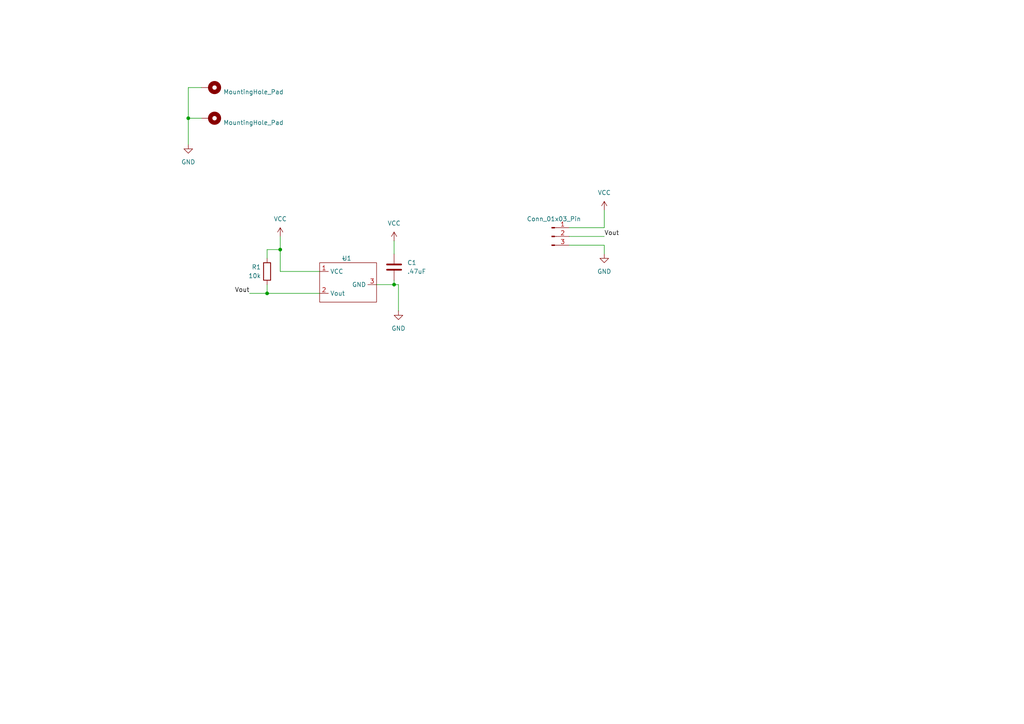
<source format=kicad_sch>
(kicad_sch (version 20250114) (generator "eeschema") (generator_version "9.0")
  (paper "A4")
  (lib_symbols
    (symbol "Connector:Conn_01x03_Pin" (pin_names (offset 1.016) (hide yes))
      (property "Reference" "J" (at 0 5.08 0))
      (property "Value" "Conn_01x03_Pin" (at 0 -5.08 0))
      (symbol "Conn_01x03_Pin_1_1"
        (rectangle (start 0.8636 2.667) (end 0 2.413) (stroke (width 0.1524)) (fill (type outline)))
        (rectangle (start 0.8636 0.127) (end 0 -0.127) (stroke (width 0.1524)) (fill (type outline)))
        (rectangle (start 0.8636 -2.413) (end 0 -2.667) (stroke (width 0.1524)) (fill (type outline)))
        (polyline (pts (xy 1.27 2.54) (xy 0.8636 2.54)) (stroke (width 0.1524)))
        (polyline (pts (xy 1.27 0) (xy 0.8636 0)) (stroke (width 0.1524)))
        (polyline (pts (xy 1.27 -2.54) (xy 0.8636 -2.54)) (stroke (width 0.1524)))
        (pin passive line (at 5.08 2.54 180) (length 3.81) (name "Pin_1") (number "1"))
        (pin passive line (at 5.08 0 180) (length 3.81) (name "Pin_2") (number "2"))
        (pin passive line (at 5.08 -2.54 180) (length 3.81) (name "Pin_3") (number "3"))
      )
    )
    (symbol "Device:C" (pin_numbers (hide yes)) (pin_names (offset 0.254))
      (property "Reference" "C" (at 0.635 2.54 0))
      (property "Value" "C" (at 0.635 -2.54 0))
      (symbol "C_0_1"
        (polyline (pts (xy -2.032 0.762) (xy 2.032 0.762)) (stroke (width 0.508)))
        (polyline (pts (xy -2.032 -0.762) (xy 2.032 -0.762)) (stroke (width 0.508)))
      )
      (symbol "C_1_1"
        (pin passive line (at 0 3.81 270) (length 2.794) (name "~") (number "1"))
        (pin passive line (at 0 -3.81 90) (length 2.794) (name "~") (number "2"))
      )
    )
    (symbol "Device:R" (pin_numbers (hide yes)) (pin_names (offset 0))
      (property "Reference" "R" (at 2.032 0 90))
      (property "Value" "R" (at 0 0 90))
      (symbol "R_0_1"
        (rectangle (start -1.016 -2.54) (end 1.016 2.54) (stroke (width 0.254)))
      )
      (symbol "R_1_1"
        (pin passive line (at 0 3.81 270) (length 1.27) (name "~") (number "1"))
        (pin passive line (at 0 -3.81 90) (length 1.27) (name "~") (number "2"))
      )
    )
    (symbol "Mechanical:MountingHole_Pad" (pin_numbers (hide yes)) (pin_names (offset 1.016) (hide yes)) (exclude_from_sim yes) (in_bom no)
      (property "Reference" "H" (at 0 6.35 0))
      (property "Value" "MountingHole_Pad" (at 0 4.445 0))
      (symbol "MountingHole_Pad_0_1"
        (circle (center 0 1.27) (radius 1.27) (stroke (width 1.27)))
      )
      (symbol "MountingHole_Pad_1_1"
        (pin input line (at 0 -2.54 90) (length 2.54) (name "1") (number "1"))
      )
    )
    (symbol "TCS40DLR,LF:TCS40DLR,LF"
      (property "Reference" "U" (at 0 0 0))
      (property "Value" "TCS40DLR,LF" (at 0 0 0))
      (symbol "TCS40DLR,LF_0_1"
        (rectangle (start -7.62 -1.27) (end 8.89 -12.7))
      )
      (symbol "TCS40DLR,LF_1_1"
        (pin power_in line (at -7.62 -3.81 0) (length 2.54) (name "VCC") (number "1"))
        (pin open_collector line (at -7.62 -10.16 0) (length 2.54) (name "Vout") (number "2"))
        (pin power_in line (at 8.89 -7.62 180) (length 2.54) (name "GND") (number "3"))
      )
    )
    (symbol "power:GND" (power) (pin_numbers (hide yes)) (pin_names (offset 0) (hide yes))
      (property "Value" "GND" (at 0 -3.81 0))
      (symbol "GND_0_1"
        (polyline (pts (xy 0 0) (xy 0 -1.27) (xy 1.27 -1.27) (xy 0 -2.54) (xy -1.27 -1.27) (xy 0 -1.27)))
      )
      (symbol "GND_1_1"
        (pin power_in line (at 0 0 270) (length 0) (name "~") (number "1"))
      )
    )
    (symbol "power:VCC" (power) (pin_numbers (hide yes)) (pin_names (offset 0) (hide yes))
      (property "Value" "VCC" (at 0 3.556 0))
      (symbol "VCC_0_1"
        (polyline (pts (xy -0.762 1.27) (xy 0 2.54)))
        (polyline (pts (xy 0 2.54) (xy 0.762 1.27)))
        (polyline (pts (xy 0 0) (xy 0 2.54)))
      )
      (symbol "VCC_1_1"
        (pin power_in line (at 0 0 90) (length 0) (name "~") (number "1"))
      )
    )
  )
  (junction (at 54.61 34.29))
  (junction (at 114.3 82.55))
  (junction (at 81.28 72.39))
  (junction (at 77.47 85.09))
  (wire (pts (xy 77.47 85.09) (xy 92.71 85.09)))
  (wire (pts (xy 54.61 34.29) (xy 54.61 41.91)))
  (wire (pts (xy 175.26 71.12) (xy 175.26 73.66)))
  (wire (pts (xy 175.26 60.96) (xy 175.26 66.04)))
  (wire (pts (xy 77.47 82.55) (xy 77.47 85.09)))
  (wire (pts (xy 81.28 68.58) (xy 81.28 72.39)))
  (wire (pts (xy 114.3 82.55) (xy 115.57 82.55)))
  (wire (pts (xy 81.28 78.74) (xy 92.71 78.74)))
  (wire (pts (xy 72.39 85.09) (xy 77.47 85.09)))
  (wire (pts (xy 77.47 72.39) (xy 81.28 72.39)))
  (wire (pts (xy 175.26 66.04) (xy 165.1 66.04)))
  (wire (pts (xy 54.61 34.29) (xy 58.42 34.29)))
  (wire (pts (xy 165.1 68.58) (xy 175.26 68.58)))
  (wire (pts (xy 58.42 25.4) (xy 54.61 25.4)))
  (wire (pts (xy 54.61 25.4) (xy 54.61 34.29)))
  (wire (pts (xy 81.28 72.39) (xy 81.28 78.74)))
  (wire (pts (xy 114.3 69.85) (xy 114.3 73.66)))
  (wire (pts (xy 77.47 74.93) (xy 77.47 72.39)))
  (wire (pts (xy 115.57 82.55) (xy 115.57 90.17)))
  (wire (pts (xy 165.1 71.12) (xy 175.26 71.12)))
  (wire (pts (xy 114.3 81.28) (xy 114.3 82.55)))
  (wire (pts (xy 109.22 82.55) (xy 114.3 82.55)))
  (label "Vout" (at 72.39 85.09 180))
  (label "Vout" (at 175.26 68.58 0))
  (symbol (lib_id "power:VCC") (at 114.3 69.85 0) (unit 1)
    (property "Reference" "#PWR05" (effects (hide yes)))
    (property "Value" "VCC" (at 114.3 64.77 0))
    (property "Description" "Power symbol creates a global label with name \"VCC\"" (effects (hide yes)))
  )
  (symbol (lib_id "TCS40DLR,LF:TCS40DLR,LF") (at 100.33 74.93 0) (unit 1)
    (property "Reference" "U1" (at 100.584 74.93 0))
    (property "Value" "~" (at 99.695 74.93 0))
    (property "Footprint" "Package_TO_SOT_SMD:SOT-23_Handsoldering" (effects (hide yes)))
    (property "Datasheet" "https://toshiba.semicon-storage.com/info/docget.jsp?did=30105&prodName=TCS40DLR" (effects (hide yes)))
  )
  (symbol (lib_id "Device:C") (at 114.3 77.47 0) (unit 1)
    (property "Reference" "C1" (at 118.11 76.1999 0) (effects (justify left)))
    (property "Value" ".47uF" (at 118.11 78.7399 0) (effects (justify left)))
    (property "Footprint" "Capacitor_SMD:C_0805_2012Metric_Pad1.18x1.45mm_HandSolder" (effects (hide yes)))
    (property "Description" "Unpolarized capacitor" (effects (hide yes)))
  )
  (symbol (lib_id "power:GND") (at 115.57 90.17 0) (unit 1)
    (property "Reference" "#PWR02" (effects (hide yes)))
    (property "Value" "GND" (at 115.57 95.25 0))
    (property "Description" "Power symbol creates a global label with name \"GND\" , ground" (effects (hide yes)))
  )
  (symbol (lib_id "power:VCC") (at 81.28 68.58 0) (unit 1)
    (property "Reference" "#PWR01" (effects (hide yes)))
    (property "Value" "VCC" (at 81.28 63.5 0))
    (property "Description" "Power symbol creates a global label with name \"VCC\"" (effects (hide yes)))
  )
  (symbol (lib_id "Connector:Conn_01x03_Pin") (at 160.02 68.58 0) (unit 1)
    (property "Reference" "J1" (effects (hide yes)))
    (property "Value" "Conn_01x03_Pin" (at 160.655 63.5 0))
    (property "Footprint" "Connector_PinHeader_2.00mm:PinHeader_1x03_P2.00mm_Vertical" (effects (hide yes)))
    (property "Description" "Generic connector, single row, 01x03, script generated" (effects (hide yes)))
  )
  (symbol (lib_id "power:VCC") (at 175.26 60.96 0) (unit 1)
    (property "Reference" "#PWR03" (effects (hide yes)))
    (property "Value" "VCC" (at 175.26 55.88 0))
    (property "Description" "Power symbol creates a global label with name \"VCC\"" (effects (hide yes)))
  )
  (symbol (lib_id "Mechanical:MountingHole_Pad") (at 60.96 34.29 270) (unit 1) (exclude_from_sim yes) (in_bom no)
    (property "Reference" "H2" (effects (hide yes)))
    (property "Value" "MountingHole_Pad" (at 64.77 35.5599 90) (effects (justify left)))
    (property "Footprint" "MountingHole:MountingHole_2.2mm_M2_Pad" (effects (hide yes)))
    (property "Description" "Mounting Hole with connection" (effects (hide yes)))
  )
  (symbol (lib_id "Device:R") (at 77.47 78.74 0) (unit 1)
    (property "Reference" "R1" (at 75.692 77.47 0) (effects (justify right)))
    (property "Value" "10k" (at 75.692 80.01 0) (effects (justify right)))
    (property "Footprint" "Resistor_SMD:R_0805_2012Metric_Pad1.20x1.40mm_HandSolder" (effects (hide yes)))
    (property "Description" "Resistor" (effects (hide yes)))
  )
  (symbol (lib_id "Mechanical:MountingHole_Pad") (at 60.96 25.4 270) (unit 1) (exclude_from_sim yes) (in_bom no)
    (property "Reference" "H1" (effects (hide yes)))
    (property "Value" "MountingHole_Pad" (at 64.77 26.6699 90) (effects (justify left)))
    (property "Footprint" "MountingHole:MountingHole_2.2mm_M2_Pad" (effects (hide yes)))
    (property "Description" "Mounting Hole with connection" (effects (hide yes)))
  )
  (symbol (lib_id "power:GND") (at 175.26 73.66 0) (unit 1)
    (property "Reference" "#PWR04" (effects (hide yes)))
    (property "Value" "GND" (at 175.26 78.74 0))
    (property "Description" "Power symbol creates a global label with name \"GND\" , ground" (effects (hide yes)))
  )
  (symbol (lib_id "power:GND") (at 54.61 41.91 0) (unit 1)
    (property "Reference" "#PWR06" (effects (hide yes)))
    (property "Value" "GND" (at 54.61 46.99 0))
    (property "Description" "Power symbol creates a global label with name \"GND\" , ground" (effects (hide yes)))
  )
)
</source>
